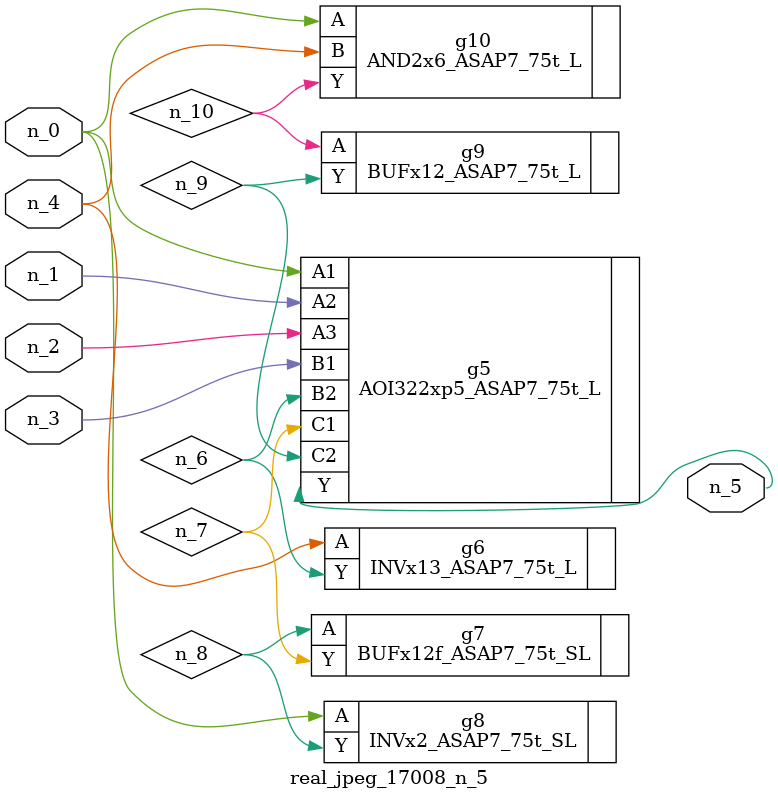
<source format=v>
module real_jpeg_17008_n_5 (n_4, n_0, n_1, n_2, n_3, n_5);

input n_4;
input n_0;
input n_1;
input n_2;
input n_3;

output n_5;

wire n_8;
wire n_6;
wire n_7;
wire n_10;
wire n_9;

AOI322xp5_ASAP7_75t_L g5 ( 
.A1(n_0),
.A2(n_1),
.A3(n_2),
.B1(n_3),
.B2(n_6),
.C1(n_7),
.C2(n_9),
.Y(n_5)
);

INVx2_ASAP7_75t_SL g8 ( 
.A(n_0),
.Y(n_8)
);

AND2x6_ASAP7_75t_L g10 ( 
.A(n_0),
.B(n_4),
.Y(n_10)
);

INVx13_ASAP7_75t_L g6 ( 
.A(n_4),
.Y(n_6)
);

BUFx12f_ASAP7_75t_SL g7 ( 
.A(n_8),
.Y(n_7)
);

BUFx12_ASAP7_75t_L g9 ( 
.A(n_10),
.Y(n_9)
);


endmodule
</source>
